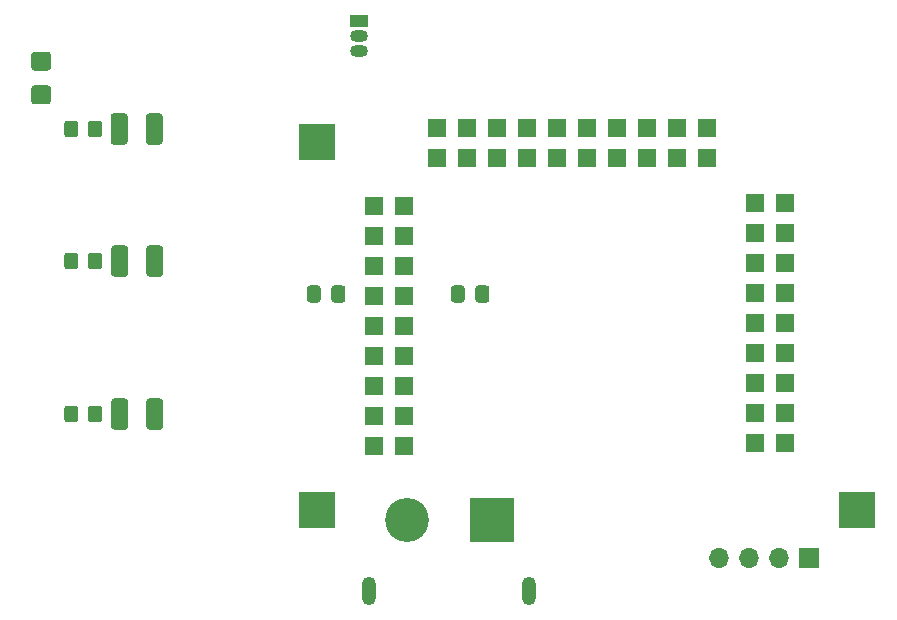
<source format=gbr>
%TF.GenerationSoftware,KiCad,Pcbnew,(5.1.10)-1*%
%TF.CreationDate,2021-10-24T16:06:26+08:00*%
%TF.ProjectId,M1W,4d31572e-6b69-4636-9164-5f7063625858,rev?*%
%TF.SameCoordinates,Original*%
%TF.FileFunction,Soldermask,Bot*%
%TF.FilePolarity,Negative*%
%FSLAX46Y46*%
G04 Gerber Fmt 4.6, Leading zero omitted, Abs format (unit mm)*
G04 Created by KiCad (PCBNEW (5.1.10)-1) date 2021-10-24 16:06:26*
%MOMM*%
%LPD*%
G01*
G04 APERTURE LIST*
%ADD10R,1.500000X1.050000*%
%ADD11O,1.500000X1.050000*%
%ADD12R,3.716000X3.716000*%
%ADD13C,3.716000*%
%ADD14O,1.200000X2.400000*%
%ADD15O,1.700000X1.700000*%
%ADD16R,1.700000X1.700000*%
%ADD17R,1.574800X1.574800*%
%ADD18R,3.100020X3.100020*%
G04 APERTURE END LIST*
%TO.C,R3*%
G36*
G01*
X180194000Y-104197999D02*
X180194000Y-105098001D01*
G75*
G02*
X179944001Y-105348000I-249999J0D01*
G01*
X179243999Y-105348000D01*
G75*
G02*
X178994000Y-105098001I0J249999D01*
G01*
X178994000Y-104197999D01*
G75*
G02*
X179243999Y-103948000I249999J0D01*
G01*
X179944001Y-103948000D01*
G75*
G02*
X180194000Y-104197999I0J-249999D01*
G01*
G37*
G36*
G01*
X182194000Y-104197999D02*
X182194000Y-105098001D01*
G75*
G02*
X181944001Y-105348000I-249999J0D01*
G01*
X181243999Y-105348000D01*
G75*
G02*
X180994000Y-105098001I0J249999D01*
G01*
X180994000Y-104197999D01*
G75*
G02*
X181243999Y-103948000I249999J0D01*
G01*
X181944001Y-103948000D01*
G75*
G02*
X182194000Y-104197999I0J-249999D01*
G01*
G37*
%TD*%
%TO.C,R2*%
G36*
G01*
X180194000Y-115373999D02*
X180194000Y-116274001D01*
G75*
G02*
X179944001Y-116524000I-249999J0D01*
G01*
X179243999Y-116524000D01*
G75*
G02*
X178994000Y-116274001I0J249999D01*
G01*
X178994000Y-115373999D01*
G75*
G02*
X179243999Y-115124000I249999J0D01*
G01*
X179944001Y-115124000D01*
G75*
G02*
X180194000Y-115373999I0J-249999D01*
G01*
G37*
G36*
G01*
X182194000Y-115373999D02*
X182194000Y-116274001D01*
G75*
G02*
X181944001Y-116524000I-249999J0D01*
G01*
X181243999Y-116524000D01*
G75*
G02*
X180994000Y-116274001I0J249999D01*
G01*
X180994000Y-115373999D01*
G75*
G02*
X181243999Y-115124000I249999J0D01*
G01*
X181944001Y-115124000D01*
G75*
G02*
X182194000Y-115373999I0J-249999D01*
G01*
G37*
%TD*%
%TO.C,R1*%
G36*
G01*
X180194000Y-128327999D02*
X180194000Y-129228001D01*
G75*
G02*
X179944001Y-129478000I-249999J0D01*
G01*
X179243999Y-129478000D01*
G75*
G02*
X178994000Y-129228001I0J249999D01*
G01*
X178994000Y-128327999D01*
G75*
G02*
X179243999Y-128078000I249999J0D01*
G01*
X179944001Y-128078000D01*
G75*
G02*
X180194000Y-128327999I0J-249999D01*
G01*
G37*
G36*
G01*
X182194000Y-128327999D02*
X182194000Y-129228001D01*
G75*
G02*
X181944001Y-129478000I-249999J0D01*
G01*
X181243999Y-129478000D01*
G75*
G02*
X180994000Y-129228001I0J249999D01*
G01*
X180994000Y-128327999D01*
G75*
G02*
X181243999Y-128078000I249999J0D01*
G01*
X181944001Y-128078000D01*
G75*
G02*
X182194000Y-128327999I0J-249999D01*
G01*
G37*
%TD*%
D10*
%TO.C,Q1*%
X203962000Y-95504000D03*
D11*
X203962000Y-98044000D03*
X203962000Y-96774000D03*
%TD*%
%TO.C,D3*%
G36*
G01*
X184354500Y-103573000D02*
X184354500Y-105723000D01*
G75*
G02*
X184104500Y-105973000I-250000J0D01*
G01*
X183179500Y-105973000D01*
G75*
G02*
X182929500Y-105723000I0J250000D01*
G01*
X182929500Y-103573000D01*
G75*
G02*
X183179500Y-103323000I250000J0D01*
G01*
X184104500Y-103323000D01*
G75*
G02*
X184354500Y-103573000I0J-250000D01*
G01*
G37*
G36*
G01*
X187329500Y-103573000D02*
X187329500Y-105723000D01*
G75*
G02*
X187079500Y-105973000I-250000J0D01*
G01*
X186154500Y-105973000D01*
G75*
G02*
X185904500Y-105723000I0J250000D01*
G01*
X185904500Y-103573000D01*
G75*
G02*
X186154500Y-103323000I250000J0D01*
G01*
X187079500Y-103323000D01*
G75*
G02*
X187329500Y-103573000I0J-250000D01*
G01*
G37*
%TD*%
%TO.C,D2*%
G36*
G01*
X184391000Y-114749000D02*
X184391000Y-116899000D01*
G75*
G02*
X184141000Y-117149000I-250000J0D01*
G01*
X183216000Y-117149000D01*
G75*
G02*
X182966000Y-116899000I0J250000D01*
G01*
X182966000Y-114749000D01*
G75*
G02*
X183216000Y-114499000I250000J0D01*
G01*
X184141000Y-114499000D01*
G75*
G02*
X184391000Y-114749000I0J-250000D01*
G01*
G37*
G36*
G01*
X187366000Y-114749000D02*
X187366000Y-116899000D01*
G75*
G02*
X187116000Y-117149000I-250000J0D01*
G01*
X186191000Y-117149000D01*
G75*
G02*
X185941000Y-116899000I0J250000D01*
G01*
X185941000Y-114749000D01*
G75*
G02*
X186191000Y-114499000I250000J0D01*
G01*
X187116000Y-114499000D01*
G75*
G02*
X187366000Y-114749000I0J-250000D01*
G01*
G37*
%TD*%
%TO.C,D1*%
G36*
G01*
X184391000Y-127703000D02*
X184391000Y-129853000D01*
G75*
G02*
X184141000Y-130103000I-250000J0D01*
G01*
X183216000Y-130103000D01*
G75*
G02*
X182966000Y-129853000I0J250000D01*
G01*
X182966000Y-127703000D01*
G75*
G02*
X183216000Y-127453000I250000J0D01*
G01*
X184141000Y-127453000D01*
G75*
G02*
X184391000Y-127703000I0J-250000D01*
G01*
G37*
G36*
G01*
X187366000Y-127703000D02*
X187366000Y-129853000D01*
G75*
G02*
X187116000Y-130103000I-250000J0D01*
G01*
X186191000Y-130103000D01*
G75*
G02*
X185941000Y-129853000I0J250000D01*
G01*
X185941000Y-127703000D01*
G75*
G02*
X186191000Y-127453000I250000J0D01*
G01*
X187116000Y-127453000D01*
G75*
G02*
X187366000Y-127703000I0J-250000D01*
G01*
G37*
%TD*%
%TO.C,C2*%
G36*
G01*
X212910000Y-118143000D02*
X212910000Y-119093000D01*
G75*
G02*
X212660000Y-119343000I-250000J0D01*
G01*
X211985000Y-119343000D01*
G75*
G02*
X211735000Y-119093000I0J250000D01*
G01*
X211735000Y-118143000D01*
G75*
G02*
X211985000Y-117893000I250000J0D01*
G01*
X212660000Y-117893000D01*
G75*
G02*
X212910000Y-118143000I0J-250000D01*
G01*
G37*
G36*
G01*
X214985000Y-118143000D02*
X214985000Y-119093000D01*
G75*
G02*
X214735000Y-119343000I-250000J0D01*
G01*
X214060000Y-119343000D01*
G75*
G02*
X213810000Y-119093000I0J250000D01*
G01*
X213810000Y-118143000D01*
G75*
G02*
X214060000Y-117893000I250000J0D01*
G01*
X214735000Y-117893000D01*
G75*
G02*
X214985000Y-118143000I0J-250000D01*
G01*
G37*
%TD*%
%TO.C,C1*%
G36*
G01*
X201618000Y-119093000D02*
X201618000Y-118143000D01*
G75*
G02*
X201868000Y-117893000I250000J0D01*
G01*
X202543000Y-117893000D01*
G75*
G02*
X202793000Y-118143000I0J-250000D01*
G01*
X202793000Y-119093000D01*
G75*
G02*
X202543000Y-119343000I-250000J0D01*
G01*
X201868000Y-119343000D01*
G75*
G02*
X201618000Y-119093000I0J250000D01*
G01*
G37*
G36*
G01*
X199543000Y-119093000D02*
X199543000Y-118143000D01*
G75*
G02*
X199793000Y-117893000I250000J0D01*
G01*
X200468000Y-117893000D01*
G75*
G02*
X200718000Y-118143000I0J-250000D01*
G01*
X200718000Y-119093000D01*
G75*
G02*
X200468000Y-119343000I-250000J0D01*
G01*
X199793000Y-119343000D01*
G75*
G02*
X199543000Y-119093000I0J250000D01*
G01*
G37*
%TD*%
D12*
%TO.C,J1*%
X215182000Y-137764000D03*
D13*
X207982000Y-137764000D03*
D14*
X218332000Y-143764000D03*
X204832000Y-143764000D03*
%TD*%
D15*
%TO.C,H1*%
X234442000Y-140970000D03*
X236982000Y-140970000D03*
X239522000Y-140970000D03*
D16*
X242062000Y-140970000D03*
%TD*%
%TO.C,FU1*%
G36*
G01*
X176463000Y-100955000D02*
X177613000Y-100955000D01*
G75*
G02*
X177863000Y-101205000I0J-250000D01*
G01*
X177863000Y-102305000D01*
G75*
G02*
X177613000Y-102555000I-250000J0D01*
G01*
X176463000Y-102555000D01*
G75*
G02*
X176213000Y-102305000I0J250000D01*
G01*
X176213000Y-101205000D01*
G75*
G02*
X176463000Y-100955000I250000J0D01*
G01*
G37*
G36*
G01*
X176463000Y-98105000D02*
X177613000Y-98105000D01*
G75*
G02*
X177863000Y-98355000I0J-250000D01*
G01*
X177863000Y-99455000D01*
G75*
G02*
X177613000Y-99705000I-250000J0D01*
G01*
X176463000Y-99705000D01*
G75*
G02*
X176213000Y-99455000I0J250000D01*
G01*
X176213000Y-98355000D01*
G75*
G02*
X176463000Y-98105000I250000J0D01*
G01*
G37*
%TD*%
D17*
%TO.C,MAIN1*%
X233396641Y-104530201D03*
X233396641Y-107070201D03*
X225776641Y-104530201D03*
X218156641Y-107070201D03*
X215616641Y-107070201D03*
X210536641Y-107070201D03*
X210536641Y-104530201D03*
X213076641Y-104530201D03*
X215616641Y-104530201D03*
X228316641Y-104530201D03*
X220696641Y-104530201D03*
X223236641Y-107070201D03*
X225776641Y-107070201D03*
X230856641Y-104530201D03*
X223236641Y-104530201D03*
X213076641Y-107070201D03*
X218156641Y-104530201D03*
X230856641Y-107070201D03*
X220696641Y-107070201D03*
X228316641Y-107070201D03*
X240039201Y-113430361D03*
X240039201Y-121050361D03*
X237499201Y-123590361D03*
X240039201Y-110890361D03*
X237499201Y-118510361D03*
X240039201Y-115970361D03*
X240039201Y-118510361D03*
X237499201Y-110890361D03*
X240039201Y-123590361D03*
X237499201Y-121050361D03*
X237499201Y-115970361D03*
X237499201Y-113430361D03*
X205241201Y-126384361D03*
X207781201Y-126384361D03*
X205241201Y-131464361D03*
X207781201Y-131464361D03*
X205241201Y-128924361D03*
X207781201Y-128924361D03*
D18*
X200415201Y-136864401D03*
X246135201Y-136864401D03*
X200415201Y-105744321D03*
D17*
X207781201Y-111144361D03*
X205241201Y-111144361D03*
X207781201Y-113684361D03*
X205241201Y-113684361D03*
X207781201Y-116224361D03*
X205241201Y-116224361D03*
X207781201Y-118764361D03*
X205241201Y-118764361D03*
X207781201Y-121304361D03*
X205241201Y-121304361D03*
X207781201Y-123844361D03*
X205241201Y-123844361D03*
X237499201Y-131210361D03*
X240039201Y-131210361D03*
X237499201Y-128670361D03*
X240039201Y-128670361D03*
X237499201Y-126130361D03*
X240039201Y-126130361D03*
%TD*%
M02*

</source>
